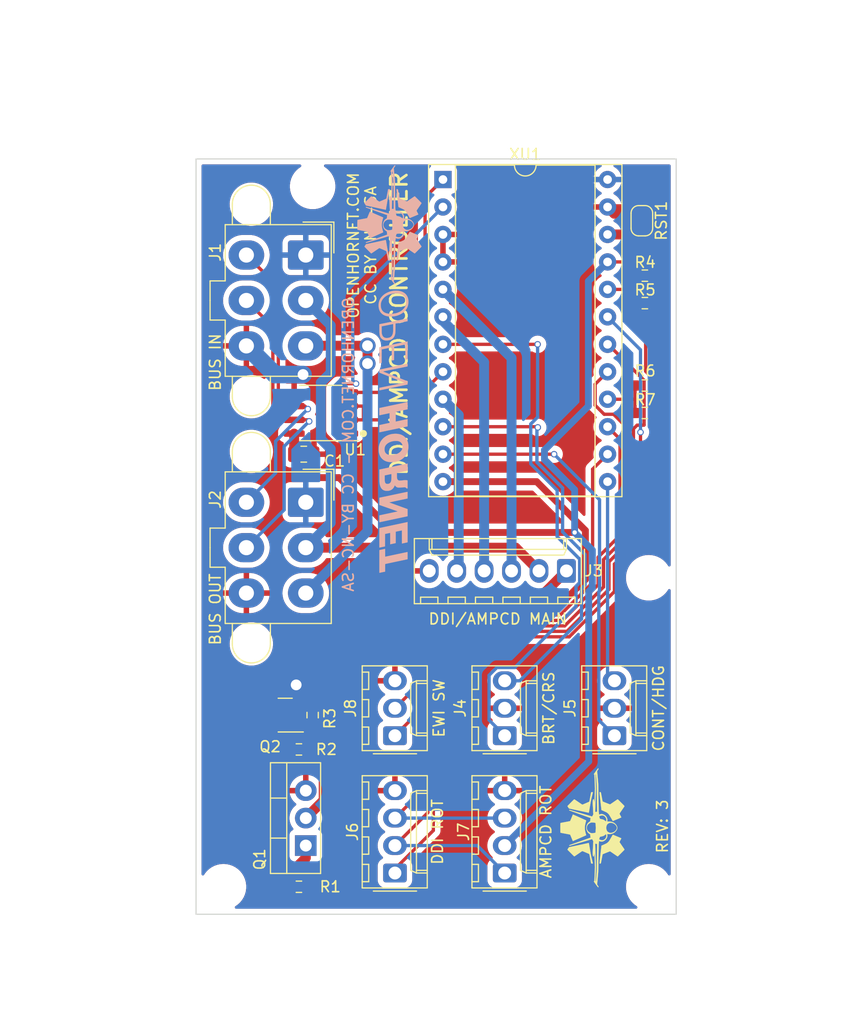
<source format=kicad_pcb>
(kicad_pcb (version 20211014) (generator pcbnew)
  (title_block (title "DDI/AMPCD CONTROLLER") (date "2021-08-27") (rev "1") (company "OPENHORNET") (comment 1 "CC BY-NC-SA"))
  (layers (0 "F.Cu" mixed) (31 "B.Cu" mixed) (34 "B.Paste" user) (35 "F.Paste" user) (36 "B.SilkS" user "B.Silkscreen") (37 "F.SilkS" user "F.Silkscreen") (38 "B.Mask" user) (39 "F.Mask" user) (44 "Edge.Cuts" user))
  (net 0 "")
  (net 1 "GND")
  (net 2 "+5V")
  (net 3 "/A3")
  (net 4 "/A2")
  (net 5 "/A1")
  (net 6 "/A0")
  (net 7 "/+12V_SUPPLY")
  (net 8 "/+5V_SUPPLY")
  (net 9 "/+3.3V_SUPPLY")
  (net 10 "/BUS-A")
  (net 11 "/BUS-B")
  (net 12 "/+12V_PWM")
  (net 13 "Net-(Q1-Pad1)")
  (net 14 "Net-(Q2-Pad1)")
  (net 15 "Net-(Q1-Pad2)")
  (net 16 "/~{D5}")
  (net 17 "/~{SCL_D3}")
  (net 18 "/SDA_D2")
  (net 19 "/~{D10_A10}")
  (net 20 "/~{D9_A9}")
  (net 21 "/D14_MISO")
  (net 22 "/D16_MOSI")
  (net 23 "/D15_SCK")
  (net 24 "/~{D6_A7}")
  (net 25 "/D4_A6")
  (net 26 "/D7")
  (net 27 "/RST")
  (net 28 "/TX0_D1")
  (net 29 "/RX1_D0")
  (net 30 "/D8_A8")
  (footprint "OH_Footprints:Molex_Mini-Fit_Jr_5566-06A2_2x03_P4.20mm_Vertical" (layer "F.Cu") (at 141.605 63.5 -90)
    (fp_text reference "J1" (at -0.254 8.382 -90) (layer "F.SilkS"))
    (fp_text value "BUS IN" (at 9.906 8.382 -90) (layer "F.SilkS"))
    (pad "" np_thru_hole circle (at 13.1 5.04 270) (size 3 3) (drill 3) (layers *.Cu *.Mask))
    (pad "" np_thru_hole circle (at -4.7 5.04 270) (size 3 3) (drill 3) (layers *.Cu *.Mask))
    (pad "1" thru_hole roundrect (at 0 0 270) (size 2.7 3.3) (drill 1.4) (layers *.Cu *.Mask) (roundrect_rratio 0.09259296296) (net 7 "/+12V_SUPPLY"))
    (pad "2" thru_hole oval (at 4.2 0 270) (size 2.7 3.3) (drill 1.4) (layers *.Cu *.Mask) (net 8 "/+5V_SUPPLY"))
    (pad "3" thru_hole oval (at 8.4 0 270) (size 2.7 3.3) (drill 1.4) (layers *.Cu *.Mask) (net 9 "/+3.3V_SUPPLY"))
    (pad "4" thru_hole oval (at 0 5.5 270) (size 2.7 3.3) (drill 1.4) (layers *.Cu *.Mask) (net 10 "/BUS-A"))
    (pad "5" thru_hole oval (at 4.2 5.5 270) (size 2.7 3.3) (drill 1.4) (layers *.Cu *.Mask) (net 11 "/BUS-B"))
    (pad "6" thru_hole oval (at 8.4 5.5 270) (size 2.7 3.3) (drill 1.4) (layers *.Cu *.Mask) (net 1 "GND"))
  )
  (footprint "OH_Footprints:Molex_KK-254_AE-6410-06A_1x06_P2.54mm_Vertical" (layer "F.Cu") (at 165.735 92.71 180)
    (fp_text reference "J3" (at -2.54 0) (layer "F.SilkS"))
    (fp_text value "DDI/AMPCD MAIN" (at 6.35 -4.445) (layer "F.SilkS"))
    (pad "1" thru_hole roundrect (at 0 0 180) (size 1.74 2.19) (drill 1.19) (layers *.Cu *.Mask) (roundrect_rratio 0.1436781609) (net 12 "/+12V_PWM"))
    (pad "2" thru_hole oval (at 2.54 0 180) (size 1.74 2.19) (drill 1.19) (layers *.Cu *.Mask) (net 8 "/+5V_SUPPLY"))
    (pad "3" thru_hole oval (at 5.08 0 180) (size 1.74 2.19) (drill 1.19) (layers *.Cu *.Mask) (net 18 "/SDA_D2"))
    (pad "4" thru_hole oval (at 7.62 0 180) (size 1.74 2.19) (drill 1.19) (layers *.Cu *.Mask) (net 17 "/~{SCL_D3}"))
    (pad "5" thru_hole oval (at 10.16 0 180) (size 1.74 2.19) (drill 1.19) (layers *.Cu *.Mask) (net 24 "/~{D6_A7}"))
    (pad "6" thru_hole oval (at 12.7 0 180) (size 1.74 2.19) (drill 1.19) (layers *.Cu *.Mask) (net 1 "GND"))
  )
  (footprint "OH_Footprints:Molex_KK-254_AE-6410-03A_1x03_P2.54mm_Vertical" (layer "F.Cu") (at 160.02 107.95 90)
    (fp_text reference "J4" (at 2.54 -4.12 90) (layer "F.SilkS"))
    (fp_text value "BRT/CRS" (at 2.54 4.08 90) (layer "F.SilkS"))
    (pad "1" thru_hole roundrect (at 0 0 90) (size 1.74 2.19) (drill 1.19) (layers *.Cu *.Mask) (roundrect_rratio 0.1436781609) (net 25 "/D4_A6"))
    (pad "2" thru_hole oval (at 2.54 0 90) (size 1.74 2.19) (drill 1.19) (layers *.Cu *.Mask) (net 1 "GND"))
    (pad "3" thru_hole oval (at 5.08 0 90) (size 1.74 2.19) (drill 1.19) (layers *.Cu *.Mask) (net 26 "/D7"))
  )
  (footprint "OH_Footprints:Molex_KK-254_AE-6410-03A_1x03_P2.54mm_Vertical" (layer "F.Cu") (at 170.18 107.95 90)
    (fp_text reference "J5" (at 2.54 -4.12 90) (layer "F.SilkS"))
    (fp_text value "CONT/HDG" (at 2.54 4.08 90) (layer "F.SilkS"))
    (pad "1" thru_hole roundrect (at 0 0 90) (size 1.74 2.19) (drill 1.19) (layers *.Cu *.Mask) (roundrect_rratio 0.1436781609) (net 30 "/D8_A8"))
    (pad "2" thru_hole oval (at 2.54 0 90) (size 1.74 2.19) (drill 1.19) (layers *.Cu *.Mask) (net 1 "GND"))
    (pad "3" thru_hole oval (at 5.08 0 90) (size 1.74 2.19) (drill 1.19) (layers *.Cu *.Mask) (net 19 "/~{D10_A10}"))
  )
  (footprint "OH_Footprints:Molex_KK-254_AE-6410-04A_1x04_P2.54mm_Vertical" (layer "F.Cu") (at 149.86 120.65 90)
    (fp_text reference "J6" (at 3.81 -3.937 90) (layer "F.SilkS"))
    (fp_text value "DDI ROT" (at 3.81 3.937 90) (layer "F.SilkS"))
    (pad "1" thru_hole roundrect (at 0 0 90) (size 1.74 2.19) (drill 1.19) (layers *.Cu *.Mask) (roundrect_rratio 0.1436781609) (net 4 "/A2"))
    (pad "2" thru_hole oval (at 2.54 0 90) (size 1.74 2.19) (drill 1.19) (layers *.Cu *.Mask) (net 5 "/A1"))
    (pad "3" thru_hole oval (at 5.08 0 90) (size 1.74 2.19) (drill 1.19) (layers *.Cu *.Mask) (net 6 "/A0"))
    (pad "4" thru_hole oval (at 7.62 0 90) (size 1.74 2.19) (drill 1.19) (layers *.Cu *.Mask) (net 1 "GND"))
  )
  (footprint "OH_Footprints:Molex_KK-254_AE-6410-04A_1x04_P2.54mm_Vertical" (layer "F.Cu") (at 160.02 120.65 90)
    (fp_text reference "J7" (at 3.81 -3.81 270) (layer "F.SilkS"))
    (fp_text value "AMPCD ROT" (at 3.81 3.81 90) (layer "F.SilkS"))
    (pad "1" thru_hole roundrect (at 0 0 90) (size 1.74 2.19) (drill 1.19) (layers *.Cu *.Mask) (roundrect_rratio 0.1436781609) (net 5 "/A1"))
    (pad "2" thru_hole oval (at 2.54 0 90) (size 1.74 2.19) (drill 1.19) (layers *.Cu *.Mask) (net 2 "+5V"))
    (pad "3" thru_hole oval (at 5.08 0 90) (size 1.74 2.19) (drill 1.19) (layers *.Cu *.Mask) (net 6 "/A0"))
    (pad "4" thru_hole oval (at 7.62 0 90) (size 1.74 2.19) (drill 1.19) (layers *.Cu *.Mask) (net 1 "GND"))
  )
  (footprint "OH_Footprints:SOT-23" (layer "F.Cu") (at 139.7 106.045 180)
    (fp_text reference "Q2" (at 1.397 -2.921) (layer "F.SilkS"))
    (fp_text value "IRLML6402TRPBF")
    (pad "1" smd roundrect (at -0.9375 -0.95 180) (size 1.475 0.6) (layers "F.Cu" "F.Paste" "F.Mask") (net 14 "Net-(Q2-Pad1)"))
    (pad "2" smd roundrect (at -0.9375 0.95 180) (size 1.475 0.6) (layers "F.Cu" "F.Paste" "F.Mask") (net 7 "/+12V_SUPPLY"))
    (pad "3" smd roundrect (at 0.9375 0 180) (size 1.475 0.6) (layers "F.Cu" "F.Paste" "F.Mask") (net 12 "/+12V_PWM"))
  )
  (footprint "OH_Footprints:R_0603_1608Metric_Pad0.98x0.95mm_HandSolder" (layer "F.Cu") (at 140.97 121.92 180)
    (fp_text reference "R1" (at -2.8975 0) (layer "F.SilkS"))
    (fp_text value "10K")
    (pad "1" smd roundrect (at -0.9125 0 180) (size 0.975 0.95) (layers "F.Cu" "F.Paste" "F.Mask") (net 20 "/~{D9_A9}"))
    (pad "2" smd roundrect (at 0.9125 0 180) (size 0.975 0.95) (layers "F.Cu" "F.Paste" "F.Mask") (net 13 "Net-(Q1-Pad1)"))
  )
  (footprint "OH_Footprints:R_0603_1608Metric_Pad0.98x0.95mm_HandSolder" (layer "F.Cu") (at 140.97 109.22)
    (fp_text reference "R2" (at 2.54 0) (layer "F.SilkS"))
    (fp_text value "10K")
    (pad "1" smd roundrect (at -0.9125 0) (size 0.975 0.95) (layers "F.Cu" "F.Paste" "F.Mask") (net 14 "Net-(Q2-Pad1)"))
    (pad "2" smd roundrect (at 0.9125 0) (size 0.975 0.95) (layers "F.Cu" "F.Paste" "F.Mask") (net 15 "Net-(Q1-Pad2)"))
  )
  (footprint "OH_Footprints:R_0603_1608Metric_Pad0.98x0.95mm_HandSolder" (layer "F.Cu") (at 142.24 106.045 90)
    (fp_text reference "R3" (at -0.3175 1.5875 90) (layer "F.SilkS"))
    (fp_text value "10K")
    (pad "1" smd roundrect (at -0.9125 0 90) (size 0.975 0.95) (layers "F.Cu" "F.Paste" "F.Mask") (net 14 "Net-(Q2-Pad1)"))
    (pad "2" smd roundrect (at 0.9125 0 90) (size 0.975 0.95) (layers "F.Cu" "F.Paste" "F.Mask") (net 7 "/+12V_SUPPLY"))
  )
  (footprint "OH_Footprints:TO-220-3_Vertical" (layer "F.Cu") (at 141.605 118.11 90)
    (fp_text reference "Q1" (at -1.27 -4.27 90) (layer "F.SilkS"))
    (fp_text value "IRFB3206PBF")
    (pad "1" thru_hole rect (at 0 0 90) (size 1.905 2) (drill 1.1) (layers *.Cu *.Mask) (net 13 "Net-(Q1-Pad1)"))
    (pad "2" thru_hole oval (at 2.54 0 90) (size 1.905 2) (drill 1.1) (layers *.Cu *.Mask) (net 15 "Net-(Q1-Pad2)"))
    (pad "3" thru_hole oval (at 5.08 0 90) (size 1.905 2) (drill 1.1) (layers *.Cu *.Mask) (net 1 "GND"))
  )
  (footprint "OH_Footprints:Molex_KK-254_AE-6410-03A_1x03_P2.54mm_Vertical" (layer "F.Cu") (at 149.86 107.95 90)
    (fp_text reference "J8" (at 2.54 -4.12 90) (layer "F.SilkS"))
    (fp_text value "EWI SW" (at 2.54 4.08 90) (layer "F.SilkS"))
    (pad "1" thru_hole roundrect (at 0 0 90) (size 1.74 2.19) (drill 1.19) (layers *.Cu *.Mask) (roundrect_rratio 0.1436781609) (net 21 "/D14_MISO"))
    (pad "2" thru_hole oval (at 2.54 0 90) (size 1.74 2.19) (drill 1.19) (layers *.Cu *.Mask) (net 22 "/D16_MOSI"))
    (pad "3" thru_hole oval (at 5.08 0 90) (size 1.74 2.19) (drill 1.19) (layers *.Cu *.Mask) (net 1 "GND"))
  )
  (footprint "OH_KiCAD_Libraries:OH_LOGO_ONLY_11x6mm" (layer "F.Cu") (at 168.275 116.459 90)
    (fp_text reference "G***" hide)
    (fp_text value "OH_LOGO_ONLY_11x6mm" hide)
  )
  (footprint "OH_Footprints:C_0805_2012Metric" (layer "F.Cu") (at 141.417 81.915)
    (fp_text reference "C1" (at 2.855 0.635) (layer "F.SilkS"))
    (fp_text value "0.1uF")
    (pad "1" smd roundrect (at -0.95 0) (size 1 1.45) (layers "F.Cu" "F.Paste" "F.Mask") (net 2 "+5V"))
    (pad "2" smd roundrect (at 0.95 0) (size 1 1.45) (layers "F.Cu" "F.Paste" "F.Mask") (net 1 "GND"))
  )
  (footprint "MountingHole:MountingHole_3.2mm_M3" (layer "F.Cu") (at 142.24 57.15)
    (fp_text reference "H1" hide)
    (fp_text value "MountingHole")
    (pad "" np_thru_hole circle locked (at 0 0) (size 3.2 3.2) (drill 3.2) (layers *.Cu *.Mask))
  )
  (footprint "MountingHole:MountingHole_3.2mm_M3" (layer "F.Cu") (at 173.355 93.345)
    (fp_text reference "H2" hide)
    (fp_text value "MountingHole")
    (pad "" np_thru_hole circle locked (at 0 0) (size 3.2 3.2) (drill 3.2) (layers *.Cu *.Mask))
  )
  (footprint "MountingHole:MountingHole_3.2mm_M3" (layer "F.Cu") (at 133.985 121.92)
    (fp_text reference "H3" hide)
    (fp_text value "MountingHole")
    (pad "" np_thru_hole circle locked (at 0 0) (size 3.2 3.2) (drill 3.2) (layers *.Cu *.Mask))
  )
  (footprint "Jumper:SolderJumper-2_P1.3mm_Open_RoundedPad1.0x1.5mm" (layer "F.Cu") (at 172.72 60.325 -90)
    (fp_text reference "RST1" (at 0 -1.8 90) (layer "F.SilkS"))
    (fp_text value "RST")
    (pad "1" smd custom locked (at -0.65 0 270) (size 1 0.5) (layers "F.Cu" "F.Mask") (net 1 "GND") (options (clearance outline) (anchor rect)) (primitives (gr_circle (center 0 0.25) (end 0.5 0.25) (width 0) (fill yes)) (gr_circle (center 0 -0.25) (end 0.5 -0.25) (width 0) (fill yes)) (gr_poly (pts (xy 0 -0.75) (xy 0.5 -0.75) (xy 0.5 0.75) (xy 0 0.75)) (width 0) (fill yes))))
    (pad "2" smd custom locked (at 0.65 0 270) (size 1 0.5) (layers "F.Cu" "F.Mask") (net 27 "/RST") (options (clearance outline) (anchor rect)) (primitives (gr_circle (center 0 0.25) (end 0.5 0.25) (width 0) (fill yes)) (gr_circle (center 0 -0.25) (end 0.5 -0.25) (width 0) (fill yes)) (gr_poly (pts (xy 0 -0.75) (xy -0.5 -0.75) (xy -0.5 0.75) (xy 0 0.75)) (width 0) (fill yes))))
  )
  (footprint "OH_Footprints:SOIC-8_3.9x4.9mm_P1.27mm" (layer "F.Cu") (at 143.002 78.105 180)
    (fp_text reference "U1" (at -3.175 -3.4) (layer "F.SilkS"))
    (fp_text value "MAX487EESA+T")
    (pad "1" smd roundrect (at -2.475 -1.905 180) (size 1.95 0.6) (layers "F.Cu" "F.Paste" "F.Mask") (net 29 "/RX1_D0"))
    (pad "2" smd roundrect (at -2.475 -0.635 180) (size 1.95 0.6) (layers "F.Cu" "F.Paste" "F.Mask") (net 16 "/~{D5}"))
    (pad "3" smd roundrect (at -2.475 0.635 180) (size 1.95 0.6) (layers "F.Cu" "F.Paste" "F.Mask") (net 16 "/~{D5}"))
    (pad "4" smd roundrect (at -2.475 1.905 180) (size 1.95 0.6) (layers "F.Cu" "F.Paste" "F.Mask") (net 28 "/TX0_D1"))
    (pad "5" smd roundrect (at 2.475 1.905 180) (size 1.95 0.6) (layers "F.Cu" "F.Paste" "F.Mask") (net 1 "GND"))
    (pad "6" smd roundrect (at 2.475 0.635 180) (size 1.95 0.6) (layers "F.Cu" "F.Paste" "F.Mask") (net 10 "/BUS-A"))
    (pad "7" smd roundrect (at 2.475 -0.635 180) (size 1.95 0.6) (layers "F.Cu" "F.Paste" "F.Mask") (net 11 "/BUS-B"))
    (pad "8" smd roundrect (at 2.475 -1.905 180) (size 1.95 0.6) (layers "F.Cu" "F.Paste" "F.Mask") (net 2 "+5V"))
  )
  (footprint "OH_Footprints:Molex_Mini-Fit_Jr_5566-06A2_2x03_P4.20mm_Vertical" (layer "F.Cu") (at 141.605 86.36 -90)
    (fp_text reference "J2" (at -0.254 8.382 -90) (layer "F.SilkS"))
    (fp_text value "BUS OUT" (at 9.906 8.382 -90) (layer "F.SilkS"))
    (pad "" np_thru_hole circle (at 13.1 5.04 270) (size 3 3) (drill 3) (layers *.Cu *.Mask))
    (pad "" np_thru_hole circle (at -4.7 5.04 270) (size 3 3) (drill 3) (layers *.Cu *.Mask))
    (pad "1" thru_hole roundrect (at 0 0 270) (size 2.7 3.3) (drill 1.4) (layers *.Cu *.Mask) (roundrect_rratio 0.09259296296) (net 7 "/+12V_SUPPLY"))
    (pad "2" thru_hole oval (at 4.2 0 270) (size 2.7 3.3) (drill 1.4) (layers *.Cu *.Mask) (net 8 "/+5V_SUPPLY"))
    (pad "3" thru_hole oval (at 8.4 0 270) (size 2.7 3.3) (drill 1.4) (layers *.Cu *.Mask) (net 9 "/+3.3V_SUPPLY"))
    (pad "4" thru_hole oval (at 0 5.5 270) (size 2.7 3.3) (drill 1.4) (layers *.Cu *.Mask) (net 10 "/BUS-A"))
    (pad "5" thru_hole oval (at 4.2 5.5 270) (size 2.7 3.3) (drill 1.4) (layers *.Cu *.Mask) (net 11 "/BUS-B"))
    (pad "6" thru_hole oval (at 8.4 5.5 270) (size 2.7 3.3) (drill 1.4) (layers *.Cu *.Mask) (net 1 "GND"))
  )
  (footprint "MountingHole:MountingHole_3.2mm_M3" (layer "F.Cu") (at 173.355 121.92)
    (fp_text reference "H4")
    (fp_text value "MountingHole")
    (pad "" np_thru_hole circle locked (at 0 0) (size 3.2 3.2) (drill 3.2) (layers *.Cu *.Mask))
  )
  (footprint "OH_Footprints:R_0603_1608Metric_Pad0.98x0.95mm_HandSolder" (layer "F.Cu") (at 172.9975 75.565)
    (fp_text reference "R6" (at 0.0225 -1.35) (layer "F.SilkS"))
    (fp_text value "10K")
    (pad "1" smd roundrect (at -0.9125 0) (size 0.975 0.95) (layers "F.Cu" "F.Paste" "F.Mask") (net 23 "/D15_SCK"))
    (pad "2" smd roundrect (at 0.9125 0) (size 0.975 0.95) (layers "F.Cu" "F.Paste" "F.Mask") (net 2 "+5V"))
  )
  (footprint "OH_Footprints:R_0603_1608Metric_Pad0.98x0.95mm_HandSolder" (layer "F.Cu") (at 172.9975 78.105 180)
    (fp_text reference "R7" (at -0.0225 1.23) (layer "F.SilkS"))
    (fp_text value "10K")
    (pad "1" smd roundrect (at -0.9125 0 180) (size 0.975 0.95) (layers "F.Cu" "F.Paste" "F.Mask") (net 1 "GND"))
    (pad "2" smd roundrect (at 0.9125 0 180) (size 0.975 0.95) (layers "F.Cu" "F.Paste" "F.Mask") (net 23 "/D15_SCK"))
  )
  (footprint "OH_Footprints:R_0603_1608Metric_Pad0.98x0.95mm_HandSolder" (layer "F.Cu") (at 172.9975 67.945 180)
    (fp_text reference "R5" (at -0.0225 1.22) (layer "F.SilkS"))
    (fp_text value "10K")
    (pad "1" smd roundrect (at -0.9125 0 180) (size 0.975 0.95) (layers "F.Cu" "F.Paste" "F.Mask") (net 1 "GND"))
    (pad "2" smd roundrect (at 0.9125 0 180) (size 0.975 0.95) (layers "F.Cu" "F.Paste" "F.Mask") (net 3 "/A3"))
  )
  (footprint "OH_Footprints:R_0603_1608Metric_Pad0.98x0.95mm_HandSolder" (layer "F.Cu") (at 172.9975 65.405)
    (fp_text reference "R4" (at 0.0225 -1.23) (layer "F.SilkS"))
    (fp_text value "10K")
    (pad "1" smd roundrect (at -0.9125 0) (size 0.975 0.95) (layers "F.Cu" "F.Paste" "F.Mask") (net 3 "/A3"))
    (pad "2" smd roundrect (at 0.9125 0) (size 0.975 0.95) (layers "F.Cu" "F.Paste" "F.Mask") (net 2 "+5V"))
  )
  (footprint "OH_Footprints:DIP-24_W15.24mm_Socket" (layer "F.Cu") (at 154.305 56.515)
    (fp_text reference "XU1" (at 7.62 -2.33) (layer "F.SilkS"))
    (fp_text value "ProMicro_5V/16Hz")
    (pad "1" thru_hole rect (at 0 0) (size 1.6 1.6) (drill 0.8) (layers *.Cu *.Mask) (net 28 "/TX0_D1"))
    (pad "2" thru_hole oval (at 0 2.54) (size 1.6 1.6) (drill 0.8) (layers *.Cu *.Mask) (net 29 "/RX1_D0"))
    (pad "3" thru_hole oval (at 0 5.08) (size 1.6 1.6) (drill 0.8) (layers *.Cu *.Mask) (net 1 "GND"))
    (pad "4" thru_hole oval (at 0 7.62) (size 1.6 1.6) (drill 0.8) (layers *.Cu *.Mask) (net 1 "GND"))
    (pad "5" thru_hole oval (at 0 10.16) (size 1.6 1.6) (drill 0.8) (layers *.Cu *.Mask) (net 18 "/SDA_D2"))
    (pad "6" thru_hole oval (at 0 12.7) (size 1.6 1.6) (drill 0.8) (layers *.Cu *.Mask) (net 17 "/~{SCL_D3}"))
    (pad "7" thru_hole oval (at 0 15.24) (size 1.6 1.6) (drill 0.8) (layers *.Cu *.Mask) (net 25 "/D4_A6"))
    (pad "8" thru_hole oval (at 0 17.78) (size 1.6 1.6) (drill 0.8) (layers *.Cu *.Mask) (net 16 "/~{D5}"))
    (pad "9" thru_hole oval (at 0 20.32) (size 1.6 1.6) (drill 0.8) (layers *.Cu *.Mask) (net 24 "/~{D6_A7}"))
    (pad "10" thru_hole oval (at 0 22.86) (size 1.6 1.6) (drill 0.8) (layers *.Cu *.Mask) (net 26 "/D7"))
    (pad "11" thru_hole oval (at 0 25.4) (size 1.6 1.6) (drill 0.8) (layers *.Cu *.Mask) (net 30 "/D8_A8"))
    (pad "12" thru_hole oval (at 0 27.94) (size 1.6 1.6) (drill 0.8) (layers *.Cu *.Mask) (net 20 "/~{D9_A9}"))
    (pad "13" thru_hole oval (at 15.24 27.94) (size 1.6 1.6) (drill 0.8) (layers *.Cu *.Mask) (net 19 "/~{D10_A10}"))
    (pad "14" thru_hole oval (at 15.24 25.4) (size 1.6 1.6) (drill 0.8) (layers *.Cu *.Mask) (net 22 "/D16_MOSI"))
    (pad "15" thru_hole oval (at 15.24 22.86) (size 1.6 1.6) (drill 0.8) (layers *.Cu *.Mask) (net 21 "/D14_MISO"))
    (pad "16" thru_hole oval (at 15.24 20.32) (size 1.6 1.6) (drill 0.8) (layers *.Cu *.Mask) (net 23 "/D15_SCK"))
    (pad "17" thru_hole oval (at 15.24 17.78) (size 1.6 1.6) (drill 0.8) (layers *.Cu *.Mask) (net 6 "/A0"))
    (pad "18" thru_hole oval (at 15.24 15.24) (size 1.6 1.6) (drill 0.8) (layers *.Cu *.Mask) (net 5 "/A1"))
    (pad "19" thru_hole oval (at 15.24 12.7) (size 1.6 1.6) (drill 0.8) (layers *.Cu *.Mask) (net 4 "/A2"))
    (pad "20" thru_hole oval (at 15.24 10.16) (size 1.6 1.6) (drill 0.8) (layers *.Cu *.Mask) (net 3 "/A3"))
    (pad "21" thru_hole oval (at 15.24 7.62) (size 1.6 1.6) (drill 0.8) (layers *.Cu *.Mask) (net 2 "+5V"))
    (pad "22" thru_hole oval (at 15.24 5.08) (size 1.6 1.6) (drill 0.8) (layers *.Cu *.Mask) (net 27 "/RST"))
    (pad "23" thru_hole oval (at 15.24 2.54) (size 1.6 1.6) (drill 0.8) (layers *.Cu *.Mask) (net 1 "GND"))
    (pad "24" thru_hole oval (at 15.24 0) (size 1.6 1.6) (drill 0.8) (layers *.Cu *.Mask) (net 7 "/+12V_SUPPLY"))
  )
  (footprint "KiCAD_Libraries:OH_LOGO_37.7mm_5.9mm" (layer "B.Cu") (at 149.352 74.041 -90)
    (fp_text reference "G***" hide)
    (fp_text value "LOGO" hide)
  )
  (gr_poly (pts (xy 147.193 80.01) (xy 146.939 80.264) (xy 146.685 80.01) (xy 146.939 79.756)) (layer "F.SilkS") (width 0.1) (fill solid))
  (gr_circle (center 146.939 80.01) (end 146.939 80.264) (layer "F.SilkS") (width 0.15) (fill none))
  (gr_line (start 131.445 54.61) (end 175.895 54.61) (layer "Edge.Cuts") (width 0.1))
  (gr_line (start 131.445 54.61) (end 131.445 124.46) (layer "Edge.Cuts") (width 0.1))
  (gr_line (start 175.895 54.61) (end 175.895 124.46) (layer "Edge.Cuts") (width 0.1))
  (gr_line (start 131.445 124.46) (end 175.895 124.46) (layer "Edge.Cuts") (width 0.1))
  (gr_text "OPENHORNET.COM - CC BY-NC-SA" (at 145.542 81.026 90) (layer "B.SilkS") (effects (font (size 1 1)) (justify mirror)))
  (gr_text "REV: 3" (at 174.625 116.332 90) (layer "F.SilkS") (effects (font (size 1 1))))
  (gr_text "DDI/AMPCD CONTROLLER" (at 150.241 69.85 90) (layer "F.SilkS") (effects (font (size 1.5 1.5) (thickness 0.25))))
  (gr_text "OPENHORNET.COM\nCC BY-NC-SA" (at 146.812 62.611 90) (layer "F.SilkS") (effects (font (size 1 1))))
  (segment (start 170.165 59.675) (end 169.545 59.055) (width 0.9144) (layer "F.Cu") (net 1))
  (segment (start 172.72 59.675) (end 170.165 59.675) (width 0.9144) (layer "F.Cu") (net 1))
  (via (at 141.351 74.549) (size 1.5) (drill 1) (layers "F.Cu" "B.Cu") (net 1))
  (segment (start 136.105 71.9) (end 138.754 74.549) (width 1.6256) (layer "B.Cu") (net 1))
  (segment (start 138.754 74.549) (end 141.351 74.549) (width 1.6256) (layer "B.Cu") (net 1))
  (segment (start 173.07009 74.25009) (end 173.07009 66.24491) (width 0.3048) (layer "F.Cu") (net 2))
  (segment (start 144.689807 84.081711) (end 149.762096 89.154) (width 0.635) (layer "F.Cu") (net 2))
  (segment (start 142.633711 84.081711) (end 144.689807 84.081711) (width 0.635) (layer "F.Cu") (net 2))
  (segment (start 173.91 75.09) (end 173.07009 74.25009) (width 0.3048) (layer "F.Cu") (net 2))
  (segment (start 140.527 80.01) (end 140.527 81.855) (width 0.9144) (layer "F.Cu") (net 2))
  (segment (start 173.91 65.405) (end 172.64 64.135) (width 0.3048) (layer "F.Cu") (net 2))
  (segment (start 173.91 75.565) (end 173.91 75.09) (width 0.3048) (layer "F.Cu") (net 2))
  (segment (start 149.762096 89.154) (end 166.497 89.154) (width 0.635) (layer "F.Cu") (net 2))
  (segment (start 173.07009 66.24491) (end 173.91 65.405) (width 0.3048) (layer "F.Cu") (net 2))
  (segment (start 140.527 81.855) (end 140.467 81.915) (width 0.9144) (layer "F.Cu") (net 2))
  (segment (start 172.64 64.135) (end 169.545 64.135) (width 0.3048) (layer "F.Cu") (net 2))
  (segment (start 140.467 81.915) (end 142.633711 84.081711) (width 0.635) (layer "F.Cu") (net 2))
  (via (at 166.497 89.154) (size 0.6) (drill 0.4) (layers "F.Cu" "B.Cu") (net 2))
  (segment (start 166.497 89.154) (end 168.132131 90.789131) (width 0.635) (layer "B.Cu") (net 2))
  (segment (start 163.703 81.534) (end 167.767 77.47) (width 0.635) (layer "B.Cu") (net 2))
  (segment (start 168.132131 90.789131) (end 168.132131 94.291115) (width 0.635) (layer "B.Cu") (net 2))
  (segment (start 163.703 82.412694) (end 163.703 81.534) (width 0.635) (layer "B.Cu") (net 2))
  (segment (start 167.801911 94.621335) (end 167.801911 110.328089) (width 0.635) (layer "B.Cu") (net 2))
  (segment (start 166.497 89.154) (end 166.497 85.206694) (width 0.635) (layer "B.Cu") (net 2))
  (segment (start 167.767 65.913) (end 169.545 64.135) (width 0.635) (layer "B.Cu") (net 2))
  (segment (start 167.801911 110.328089) (end 160.02 118.11) (width 0.635) (layer "B.Cu") (net 2))
  (segment (start 167.767 77.47) (end 167.767 65.913) (width 0.635) (layer "B.Cu") (net 2))
  (segment (start 166.497 85.206694) (end 163.703 82.412694) (width 0.635) (layer "B.Cu") (net 2))
  (segment (start 168.132131 94.291115) (end 167.801911 94.621335) (width 0.635) (layer "B.Cu") (net 2))
  (segment (start 169.545 66.675) (end 172.085 66.675) (width 0.3048) (layer "F.Cu") (net 3))
  (segment (start 172.085 65.405) (end 172.085 66.675) (width 0.3048) (layer "F.Cu") (net 3))
  (segment (start 172.085 66.675) (end 172.085 67.945) (width 0.3048) (layer "F.Cu") (net 3))
  (segment (start 149.86 120.269) (end 153.416 116.713) (width 0.3048) (layer "F.Cu") (net 4))
  (segment (start 170.18 92.075) (end 172.593 89.662) (width 0.3048) (layer "F.Cu") (net 4))
  (segment (start 165.989 98.806) (end 165.99219 98.80281) (width 0.3048) (layer "F.Cu") (net 4))
  (segment (start 165.995652 98.80281) (end 166.291363 98.507098) (width 0.3048) (layer "F.Cu") (net 4))
  (segment (start 170.18 94.618461) (end 170.18 92.075) (width 0.3048) (layer "F.Cu") (net 4))
  (segment (start 159.512 98.806) (end 165.989 98.806) (width 0.3048) (layer "F.Cu") (net 4))
  (segment (start 153.416 104.902) (end 159.512 98.806) (width 0.3048) (layer "F.Cu") (net 4))
  (segment (start 172.593 89.662) (end 172.593 79.883) (width 0.3048) (layer "F.Cu") (net 4))
  (segment (start 153.416 116.713) (end 153.416 104.902) (width 0.3048) (layer "F.Cu") (net 4))
  (segment (start 149.86 120.65) (end 149.86 120.269) (width 0.3048) (layer "F.Cu") (net 4))
  (segment (start 166.291363 98.507098) (end 170.18 94.618461) (width 0.3048) (layer "F.Cu") (net 4))
  (segment (start 165.99219 98.80281) (end 165.995652 98.80281) (width 0.3048) (layer "F.Cu") (net 4))
  (via (at 172.593 79.883) (size 0.6) (drill 0.4) (layers "F.Cu" "B.Cu") (net 4))
  (segment (start 172.593 72.263) (end 169.545 69.215) (width 0.3048) (layer "B.Cu") (net 4))
  (segment (start 172.593 79.883) (end 172.593 72.263) (width 0.3048) (layer "B.Cu") (net 4))
  (segment (start 159.258002 98.297998) (end 165.786553 98.297998) (width 0.3048) (layer "F.Cu") (net 5))
  (segment (start 152.908 115.062) (end 152.908 104.648) (width 0.3048) (layer "F.Cu") (net 5))
  (segment (start 169.675189 94.409362) (end 169.67519 91.8659) (width 0.3048) (layer "F.Cu") (net 5))
  (segment (start 172.92491 79.211842) (end 172.92491 75.08315) (width 0.3048) (layer "F.Cu") (net 5))
  (segment (start 149.86 118.11) (end 152.908 115.062) (width 0.3048) (layer "F.Cu") (net 5))
  (segment (start 169.67519 91.8659) (end 171.940598 89.600492) (width 0.3048) (layer "F.Cu") (net 5))
  (segment (start 152.908 104.648) (end 159.258002 98.297998) (width 0.3048) (layer "F.Cu") (net 5))
  (segment (start 171.940598 79.569846) (end 172.279846 79.230598) (width 0.3048) (layer "F.Cu") (net 5))
  (segment (start 172.92491 75.08315) (end 169.59676 71.755) (width 0.3048) (layer "F.Cu") (net 5))
  (segment (start 165.786553 98.297998) (end 169.675189 94.409362) (width 0.3048) (layer "F.Cu") (net 5))
  (segment (start 172.906154 79.230598) (end 172.92491 79.211842) (width 0.3048) (layer "F.Cu") (net 5))
  (segment (start 172.279846 79.230598) (end 172.906154 79.230598) (width 0.3048) (layer "F.Cu") (net 5))
  (segment (start 171.940598 89.600492) (end 171.940598 79.569846) (width 0.3048) (layer "F.Cu") (net 5))
  (segment (start 169.59676 71.755) (end 169.545 71.755) (width 0.3048) (layer "F.Cu") (net 5))
  (segment (start 157.48 118.11) (end 160.02 120.65) (width 0.3048) (layer "B.Cu") (net 5))
  (segment (start 149.86 118.11) (end 157.48 118.11) (width 0.3048) (layer "B.Cu") (net 5))
  (segment (start 159.000811 97.793189) (end 152.4 104.394) (width 0.3048) (layer "F.Cu") (net 6))
  (segment (start 171.323 89.50418) (end 169.170378 91.656802) (width 0.3048) (layer "F.Cu") (net 6))
  (segment (start 171.323 79.447446) (end 171.323 89.50418) (width 0.3048) (layer "F.Cu") (net 6))
  (segment (start 168.392599 77.388153) (end 169.227045 78.222599) (width 0.3048) (layer "F.Cu") (net 6))
  (segment (start 169.227045 78.222599) (end 170.098153 78.222599) (width 0.3048) (layer "F.Cu") (net 6))
  (segment (start 165.577452 97.793189) (end 159.000811 97.793189) (width 0.3048) (layer "F.Cu") (net 6))
  (segment (start 169.170378 91.656802) (end 169.170378 94.200263) (width 0.3048) (layer "F.Cu") (net 6))
  (segment (start 152.4 104.394) (end 152.4 113.03) (width 0.3048) (layer "F.Cu") (net 6))
  (segment (start 152.4 113.03) (end 149.86 115.57) (width 0.3048) (layer "F.Cu") (net 6))
  (segment (start 170.098153 78.222599) (end 171.323 79.447446) (width 0.3048) (layer "F.Cu") (net 6))
  (segment (start 168.392599 75.447401) (end 168.392599 77.388153) (width 0.3048) (layer "F.Cu") (net 6))
  (segment (start 169.170378 94.200263) (end 165.577452 97.793189) (width 0.3048) (layer "F.Cu") (net 6))
  (segment (start 169.545 74.295) (end 168.392599 75.447401) (width 0.3048) (layer "F.Cu") (net 6))
  (segment (start 149.86 115.57) (end 160.02 115.57) (width 0.3048) (layer "B.Cu") (net 6))
  (segment (start 140.7 103.267) (end 140.716 103.251) (width 0.9144) (layer "F.Cu") (net 7))
  (segment (start 142.24 105.1325) (end 140.7375 105.1325) (width 0.9144) (layer "F.Cu") (net 7))
  (segment (start 140.7 105.095) (end 140.7 103.267) (width 0.9144) (layer "F.Cu") (net 7))
  (segment (start 140.7375 105.1325) (end 140.7 105.095) (width 0.9144) (layer "F.Cu") (net 7))
  (via (at 140.716 103.251) (size 1.5) (drill 1) (layers "F.Cu" "B.Cu") (net 7))
  (segment (start 161.045 90.56) (end 163.195 92.71) (width 0.9144) (layer "F.Cu") (net 8))
  (segment (start 141.605 90.56) (end 161.045 90.56) (width 0.9144) (layer "F.Cu") (net 8))
  (segment (start 143.002 75.291342) (end 143.002 80.518) (width 0.9144) (layer "B.Cu") (net 8))
  (segment (start 143.91221 88.25279) (end 141.605 90.56) (width 0.9144) (layer "B.Cu") (net 8))
  (segment (start 143.002 80.518) (end 143.91221 81.42821) (width 0.9144) (layer "B.Cu") (net 8))
  (segment (start 141.605 67.7) (end 143.91221 70.00721) (width 0.9144) (layer "B.Cu") (net 8))
  (segment (start 143.91221 74.381132) (end 143.002 75.291342) (width 0.9144) (layer "B.Cu") (net 8))
  (segment (start 143.91221 70.00721) (end 143.91221 74.381132) (width 0.9144) (layer "B.Cu") (net 8))
  (segment (start 143.91221 81.42821) (end 143.91221 88.25279) (width 0.9144) (layer "B.Cu") (net 8))
  (segment (start 147.32 71.882) (end 147.32 73.533) (width 0.9144) (layer "F.Cu") (net 9))
  (segment (start 141.623 71.882) (end 141.605 71.9) (width 0.9144) (layer "F.Cu") (net 9))
  (segment (start 147.32 71.882) (end 141.623 71.882) (width 0.9144) (layer "F.Cu") (net 9))
  (via (at 147.32 71.882) (size 1.5) (drill 1) (layers "F.Cu" "B.Cu") (net 9))
  (via (at 147.32 73.533) (size 1.5) (drill 1) (layers "F.Cu" "B.Cu") (net 9))
  (segment (start 141.605 94.76) (end 147.32 89.045) (width 0.9144) (layer "B.Cu") (net 9))
  (segment (start 147.32 89.045) (end 147.32 73.533) (width 0.9144) (layer "B.Cu") (net 9))
  (segment (start 139.061811 66.456811) (end 136.105 63.5) (width 0.3048) (layer "F.Cu") (net 10))
  (segment (start 140.527 77.47) (end 139.552 77.47) (width 0.3048) (layer "F.Cu") (net 10))
  (segment (start 139.061811 76.979811) (end 139.061811 66.456811) (width 0.3048) (layer "F.Cu") (net 10))
  (segment (start 140.527 77.47) (end 141.522061 77.47) (width 0.3048) (layer "F.Cu") (net 10))
  (segment (start 141.522061 77.47) (end 141.79079 77.738729) (width 0.3048) (layer "F.Cu") (net 10))
  (segment (start 139.552 77.47) (end 139.061811 76.979811) (width 0.3048) (layer "F.Cu") (net 10))
  (via (at 141.79079 77.738729) (size 0.6) (drill 0.4) (layers "F.Cu" "B.Cu") (net 10))
  (segment (start 138.811 83.654) (end 138.811 80.718519) (width 0.3048) (layer "B.Cu") (net 10))
  (segment (start 138.811 80.718519) (end 141.79079 77.738729) (width 0.3048) (layer "B.Cu") (net 10))
  (segment (start 136.105 86.36) (end 138.811 83.654) (width 0.3048) (layer "B.Cu") (net 10))
  (segment (start 141.781987 78.74) (end 141.91779 78.875803) (width 0.3048) (layer "F.Cu") (net 11))
  (segment (start 138.557 77.745) (end 138.557 70.152) (width 0.3048) (layer "F.Cu") (net 11))
  (segment (start 140.527 78.74) (end 141.781987 78.74) (width 0.3048) (layer "F.Cu") (net 11))
  (segment (start 139.552 78.74) (end 138.557 77.745) (width 0.3048) (layer "F.Cu") (net 11))
  (segment (start 138.557 70.152) (end 136.105 67.7) (width 0.3048) (layer "F.Cu") (net 11))
  (segment (start 140.527 78.74) (end 139.552 78.74) (width 0.3048) (layer "F.Cu") (net 11))
  (via (at 141.91779 78.875803) (size 0.6) (drill 0.4) (layers "F.Cu" "B.Cu") (net 11))
  (segment (start 139.60259 81.191003) (end 141.91779 78.875803) (width 0.3048) (layer "B.Cu") (net 11))
  (segment (start 139.60259 87.06241) (end 139.60259 81.191003) (width 0.3048) (layer "B.Cu") (net 11))
  (segment (start 136.105 90.56) (end 139.60259 87.06241) (width 0.3048) (layer "B.Cu") (net 11))
  (segment (start 138.7 102.6) (end 146.161055 95.138945) (width 0.9144) (layer "F.Cu") (net 12))
  (segment (start 146.161055 95.138945) (end 163.306055 95.138945) (width 0.9144) (layer "F.Cu") (net 12))
  (segment (start 138.7 106.045) (end 138.7 102.6) (width 0.9144) (layer "F.Cu") (net 12))
  (segment (start 163.306055 95.138945) (end 165.735 92.71) (width 0.9144) (layer "F.Cu") (net 12))
  (segment (start 141.605 119.253) (end 141.605 118.11) (width 0.9144) (layer "F.Cu") (net 13))
  (segment (start 140.0575 120.8005) (end 141.605 119.253) (width 0.9144) (layer "F.Cu") (net 13))
  (segment (start 140.0575 121.92) (end 140.0575 120.8005) (width 0.9144) (layer "F.Cu") (net 13))
  (segment (start 140.7375 106.9575) (end 140.7 106.995) (width 0.9144) (layer "F.Cu") (net 14))
  (segment (start 142.24 106.9575) (end 140.7375 106.9575) (width 0.9144) (layer "F.Cu") (net 14))
  (segment (start 140.0575 107.6375) (end 140.7 106.995) (width 0.9144) (layer "F.Cu") (net 14))
  (segment (start 140.0575 109.22) (end 140.0575 107.6375) (width 0.9144) (layer "F.Cu") (net 14))
  (segment (start 143.26221 113.91279) (end 143.26221 110.59971) (width 0.9144) (layer "F.Cu") (net 15))
  (segment (start 141.605 115.57) (end 143.26221 113.91279) (width 0.9144) (layer "F.Cu") (net 15))
  (segment (start 143.26221 110.59971) (end 141.8825 109.22) (width 0.9144) (layer "F.Cu") (net 15))
  (segment (start 146.939 78.74) (end 149.86 78.74) (width 0.3048) (layer "F.Cu") (net 16))
  (segment (start 146.939 77.47) (end 146.939 78.74) (width 0.3048) (layer "F.Cu") (net 16))
  (segment (start 146.939 78.74) (end 145.477 78.74) (width 0.3048) (layer "F.Cu") (net 16))
  (segment (start 145.477 77.47) (end 146.939 77.47) (width 0.3048) (layer "F.Cu") (net 16))
  (segment (start 149.86 78.74) (end 154.305 74.295) (width 0.3048) (layer "F.Cu") (net 16))
  (segment (start 154.305 69.598342) (end 158.115 73.408342) (width 0.9144) (layer "B.Cu") (net 17))
  (segment (start 154.305 69.215) (end 154.305 69.598342) (width 0.9144) (layer "B.Cu") (net 17))
  (segment (start 158.115 73.408342) (end 158.115 92.71) (width 0.9144) (layer "B.Cu") (net 17))
  (segment (start 154.305 66.675) (end 160.655 73.025) (width 0.9144) (layer "B.Cu") (net 18))
  (segment (start 160.655 73.025) (end 160.655 92.71) (width 0.9144) (layer "B.Cu") (net 18))
  (segment (start 169.545 102.235) (end 170.18 102.87) (width 0.3048) (layer "B.Cu") (net 19))
  (segment (start 169.545 84.455) (end 169.545 102.235) (width 0.3048) (layer "B.Cu") (net 19))
  (segment (start 144.272 119.5305) (end 144.272 106.270765) (width 0.635) (layer "F.Cu") (net 20))
  (segment (start 164.881771 96.113654) (end 167.490846 93.504579) (width 0.635) (layer "F.Cu") (net 20))
  (segment (start 143.256 99.441) (end 146.583346 96.113654) (width 0.635) (layer "F.Cu") (net 20))
  (segment (start 167.490846 93.504579) (end 167.490846 88.966963) (width 0.635) (layer "F.Cu") (net 20))
  (segment (start 141.8825 121.92) (end 144.272 119.5305) (width 0.635) (layer "F.Cu") (net 20))
  (segment (start 143.256 105.254765) (end 143.256 99.441) (width 0.635) (layer "F.Cu") (net 20))
  (segment (start 162.978883 84.455) (end 154.305 84.455) (width 0.635) (layer "F.Cu") (net 20))
  (segment (start 146.583346 96.113654) (end 164.881771 96.113654) (width 0.635) (layer "F.Cu") (net 20))
  (segment (start 144.272 106.270765) (end 143.256 105.254765) (width 0.635) (layer "F.Cu") (net 20))
  (segment (start 167.490846 88.966963) (end 162.978883 84.455) (width 0.635) (layer "F.Cu") (net 20))
  (segment (start 168.665567 93.991164) (end 168.665567 91.447704) (width 0.3048) (layer "F.Cu") (net 21))
  (segment (start 170.697401 89.41587) (end 170.697401 80.527401) (width 0.3048) (layer "F.Cu") (net 21))
  (segment (start 165.368355 97.288376) (end 168.665567 93.991164) (width 0.3048) (layer "F.Cu") (net 21))
  (segment (start 168.665567 91.447704) (end 170.697401 89.41587) (width 0.3048) (layer "F.Cu") (net 21))
  (segment (start 158.791714 97.288376) (end 165.368355 97.288376) (width 0.3048) (layer "F.Cu") (net 21))
  (segment (start 149.86 107.95) (end 151.895189 105.914811) (width 0.3048) (layer "F.Cu") (net 21))
  (segment (start 151.895189 105.914811) (end 151.895189 104.184901) (width 0.3048) (layer "F.Cu") (net 21))
  (segment (start 170.697401 80.527401) (end 169.545 79.375) (width 0.3048) (layer "F.Cu") (net 21))
  (segment (start 151.895189 104.184901) (end 158.791714 97.288376) (width 0.3048) (layer "F.Cu") (net 21))
  (segment (start 168.160756 93.782065) (end 168.160756 83.299244) (width 0.3048) (layer "F.Cu") (net 22))
  (segment (start 168.160756 83.299244) (end 169.545 81.915) (width 0.3048) (layer "F.Cu") (net 22))
  (segment (start 165.159256 96.783565) (end 168.160756 93.782065) (width 0.3048) (layer "F.Cu") (net 22))
  (segment (start 158.486435 96.783565) (end 165.159256 96.783565) (width 0.3048) (layer "F.Cu") (net 22))
  (segment (start 149.86 105.41) (end 158.486435 96.783565) (width 0.3048) (layer "F.Cu") (net 22))
  (segment (start 172.085 75.565) (end 172.085 76.835) (width 0.3048) (layer "F.Cu") (net 23))
  (segment (start 172.085 76.835) (end 172.085 78.105) (width 0.3048) (layer "F.Cu") (net 23))
  (segment (start 172.085 76.835) (end 169.545 76.835) (width 0.3048) (layer "F.Cu") (net 23))
  (segment (start 155.762201 92.522799) (end 155.575 92.71) (width 0.9144) (layer "B.Cu") (net 24))
  (segment (start 155.762201 78.292201) (end 155.762201 92.522799) (width 0.9144) (layer "B.Cu") (net 24))
  (segment (start 154.305 76.835) (end 155.762201 78.292201) (width 0.9144) (layer "B.Cu") (net 24))
  (segment (start 163.068 71.755) (end 154.305 71.755) (width 0.3048) (layer "F.Cu") (net 25))
  (via (at 163.068 71.755) (size 0.6) (drill 0.4) (layers "F.Cu" "B.Cu") (net 25))
  (segment (start 164.87694 85.24794) (end 162.433009 82.804007) (width 0.3048) (layer "B.Cu") (net 25))
  (segment (start 159.288662 101.64759) (end 160.95659 101.64759) (width 0.3048) (layer "B.Cu") (net 25))
  (segment (start 163.068 78.490356) (end 163.068 71.755) (width 0.3048) (layer "B.Cu") (net 25))
  (segment (start 166.624 95.98018) (end 166.624 94.13794) (width 0.3048) (layer "B.Cu") (net 25))
  (segment (start 164.87694 89.535) (end 164.87694 85.24794) (width 0.3048) (layer "B.Cu") (net 25))
  (segment (start 160.95659 101.64759) (end 166.624 95.98018) (width 0.3048) (layer "B.Cu") (net 25))
  (segment (start 162.433009 79.125347) (end 163.068 78.490356) (width 0.3048) (layer "B.Cu") (net 25))
  (segment (start 166.95741 91.61547) (end 164.87694 89.535) (width 0.3048) (layer "B.Cu") (net 25))
  (segment (start 160.02 107.95) (end 158.57259 106.50259) (width 0.3048) (layer "B.Cu") (net 25))
  (segment (start 166.95741 93.80453) (end 166.95741 91.61547) (width 0.3048) (layer "B.Cu") (net 25))
  (segment (start 166.624 94.13794) (end 166.95741 93.80453) (width 0.3048) (layer "B.Cu") (net 25))
  (segment (start 158.57259 106.50259) (end 158.57259 102.363662) (width 0.3048) (layer "B.Cu") (net 25))
  (segment (start 162.433009 82.804007) (end 162.433009 79.125347) (width 0.3048) (layer "B.Cu") (net 25))
  (segment (start 158.57259 102.363662) (end 159.288662 101.64759) (width 0.3048) (layer "B.Cu") (net 25))
  (segment (start 154.305 79.375) (end 163.02191 79.375) (width 0.3048) (layer "F.Cu") (net 26))
  (segment (start 163.02191 79.375) (end 163.08541 79.4385) (width 0.3048) (layer "F.Cu") (net 26))
  (via (at 163.08541 79.4385) (size 0.6) (drill 0.4) (layers "F.Cu" "B.Cu") (net 26))
  (segment (start 162.941 79.375) (end 163.0045 79.4385) (width 0.3048) (layer "B.Cu") (net 26))
  (segment (start 160.02 102.87) (end 161.4198 102.87) (width 0.3048) (layer "B.Cu") (net 26))
  (segment (start 163.0045 79.4385) (end 163.08541 79.4385) (width 0.3048) (layer "B.Cu") (net 26))
  (segment (start 167.132 94.34385) (end 167.462221 94.013629) (width 0.3048) (layer "B.Cu") (net 26))
  (segment (start 167.462221 94.013629) (end 167.462221 91.183311) (width 0.3048) (layer "B.Cu") (net 26))
  (segment (start 165.381751 89.102841) (end 165.38175 85.03884) (width 0.3048) (layer "B.Cu") (net 26))
  (segment (start 167.462221 91.183311) (end 165.381751 89.102841) (width 0.3048) (layer "B.Cu") (net 26))
  (segment (start 161.4198 102.87) (end 167.132 97.1578) (width 0.3048) (layer "B.Cu") (net 26))
  (segment (start 163.0045 79.51941) (end 163.08541 79.4385) (width 0.3048) (layer "B.Cu") (net 26))
  (segment (start 167.132 97.1578) (end 167.132 94.34385) (width 0.3048) (layer "B.Cu") (net 26))
  (segment (start 163.0045 82.66159) (end 163.0045 79.51941) (width 0.3048) (layer "B.Cu") (net 26))
  (segment (start 165.38175 85.03884) (end 163.0045 82.66159) (width 0.3048) (layer "B.Cu") (net 26))
  (segment (start 169.545 61.595) (end 172.1 61.595) (width 0.9144) (layer "F.Cu") (net 27))
  (segment (start 172.1 61.595) (end 172.72 60.975) (width 0.9144) (layer "F.Cu") (net 27))
  (segment (start 152.647788 74.301212) (end 152.647788 58.172212) (width 0.3048) (layer "F.Cu") (net 28))
  (segment (start 150.749 76.2) (end 152.647788 74.301212) (width 0.3048) (layer "F.Cu") (net 28))
  (segment (start 152.647788 58.172212) (end 154.305 56.515) (width 0.3048) (layer "F.Cu") (net 28))
  (segment (start 145.477 76.2) (end 150.749 76.2) (width 0.3048) (layer "F.Cu") (net 28))
  (segment (start 144.59539 75.396094) (end 146.257258 75.396094) (width 0.3048) (layer "F.Cu") (net 29))
  (segment (start 144.502 80.01) (end 144.14959 79.65759) (width 0.3048) (layer "F.Cu") (net 29))
  (segment (start 144.14959 75.841894) (end 144.59539 75.396094) (width 0.3048) (layer "F.Cu") (net 29))
  (segment (start 144.14959 79.65759) (end 144.14959 75.841894) (width 0.3048) (layer "F.Cu") (net 29))
  (segment (start 145.477 80.01) (end 144.502 80.01) (width 0.3048) (layer "F.Cu") (net 29))
  (via (at 146.257258 75.396094) (size 0.6) (drill 0.4) (layers "F.Cu" "B.Cu") (net 29))
  (segment (start 154.305 59.055) (end 145.957259 67.402741) (width 0.3048) (layer "B.Cu") (net 29))
  (segment (start 145.957259 67.402741) (end 145.957259 75.096095) (width 0.3048) (layer "B.Cu") (net 29))
  (segment (start 145.957259 75.096095) (end 146.257258 75.396094) (width 0.3048) (layer "B.Cu") (net 29))
  (segment (start 164.592 81.915) (end 154.305 81.915) (width 0.3048) (layer "F.Cu") (net 30))
  (via (at 164.592 81.915) (size 0.6) (drill 0.4) (layers "F.Cu" "B.Cu") (net 30))
  (segment (start 168.802041 86.125041) (end 164.592 81.915) (width 0.3048) (layer "B.Cu") (net 30))
  (segment (start 168.73259 94.638052) (end 168.802041 94.568601) (width 0.3048) (layer "B.Cu") (net 30))
  (segment (start 168.802041 94.568601) (end 168.802041 86.125041) (width 0.3048) (layer "B.Cu") (net 30))
  (segment (start 168.73259 106.50259) (end 168.73259 94.638052) (width 0.3048) (layer "B.Cu") (net 30))
  (segment (start 170.18 107.95) (end 168.73259 106.50259) (width 0.3048) (layer "B.Cu") (net 30))
  (zone (net 1) (net_name "GND") (layer "F.Cu") (connect_pads (clearance 0.508)) (min_thickness 0.254) (fill yes (thermal_gap 0.508) (thermal_bridge_width 0.508))
    (polygon (pts (xy 179.705 128.27) (xy 128.905 128.27) (xy 128.905 52.07) (xy 179.705 52.07)))
  )
  (zone (net 7) (net_name "/+12V_SUPPLY") (layer "B.Cu") (connect_pads (clearance 0.508)) (min_thickness 0.254) (fill yes (thermal_gap 0.508) (thermal_bridge_width 0.508))
    (polygon (pts (xy 182.245 130.81) (xy 126.365 130.81) (xy 126.365 49.53) (xy 182.245 49.53)))
  )
)
</source>
